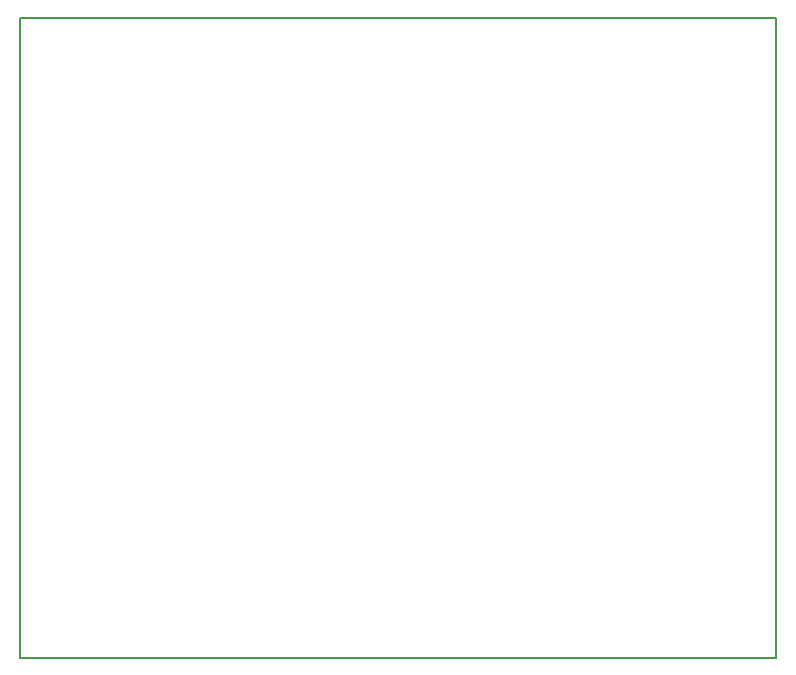
<source format=gm1>
G04 MADE WITH FRITZING*
G04 WWW.FRITZING.ORG*
G04 DOUBLE SIDED*
G04 HOLES PLATED*
G04 CONTOUR ON CENTER OF CONTOUR VECTOR*
%ASAXBY*%
%FSLAX23Y23*%
%MOIN*%
%OFA0B0*%
%SFA1.0B1.0*%
%ADD10R,2.525980X2.141650*%
%ADD11C,0.008000*%
%ADD10C,0.008*%
%LNCONTOUR*%
G90*
G70*
G54D10*
G54D11*
X4Y2138D02*
X2522Y2138D01*
X2522Y4D01*
X4Y4D01*
X4Y2138D01*
D02*
G04 End of contour*
M02*
</source>
